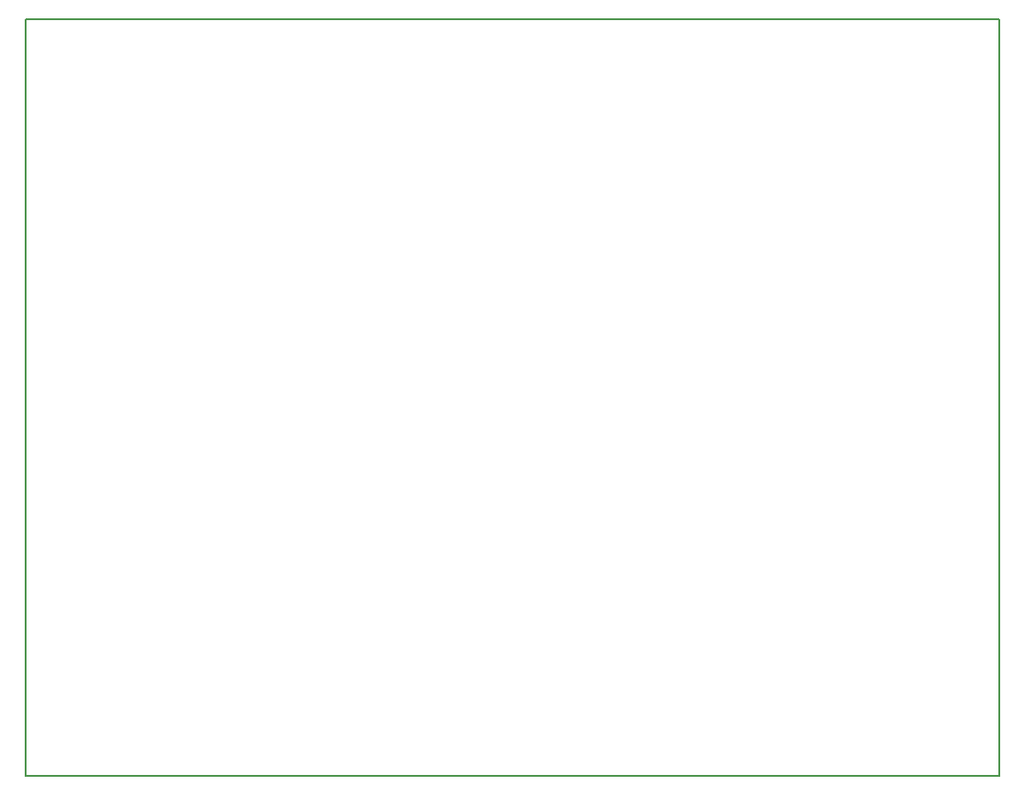
<source format=gbr>
%TF.GenerationSoftware,KiCad,Pcbnew,8.0.3*%
%TF.CreationDate,2024-06-28T16:21:33+02:00*%
%TF.ProjectId,infoscreen,696e666f-7363-4726-9565-6e2e6b696361,rev?*%
%TF.SameCoordinates,Original*%
%TF.FileFunction,Profile,NP*%
%FSLAX46Y46*%
G04 Gerber Fmt 4.6, Leading zero omitted, Abs format (unit mm)*
G04 Created by KiCad (PCBNEW 8.0.3) date 2024-06-28 16:21:33*
%MOMM*%
%LPD*%
G01*
G04 APERTURE LIST*
%TA.AperFunction,Profile*%
%ADD10C,0.200000*%
%TD*%
G04 APERTURE END LIST*
D10*
X109432000Y-70104000D02*
X199432000Y-70104000D01*
X199432000Y-140104000D01*
X109432000Y-140104000D01*
X109432000Y-70104000D01*
M02*

</source>
